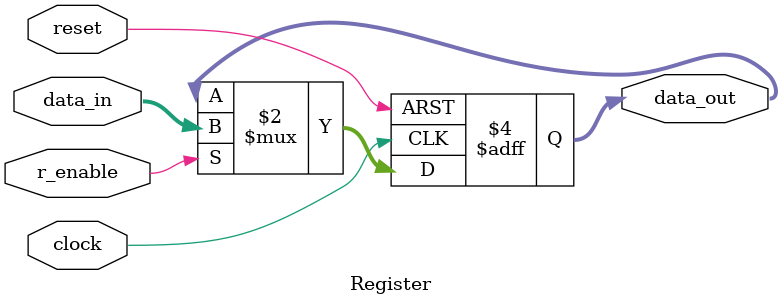
<source format=v>

module Register (
    input             clock,
    input             r_enable,
    input      [31:0] data_in,
    input             reset, // Add reset signal
    output reg [31:0] data_out
);
    

    always @(posedge clock or posedge reset) begin
        if (reset) begin
            data_out <= 32'b0; // Reset the output to 0
        end else if (r_enable) begin
            data_out <= data_in; // Load data on enable
            $display("data_out: %b", data_out);
        end
    end

endmodule


</source>
